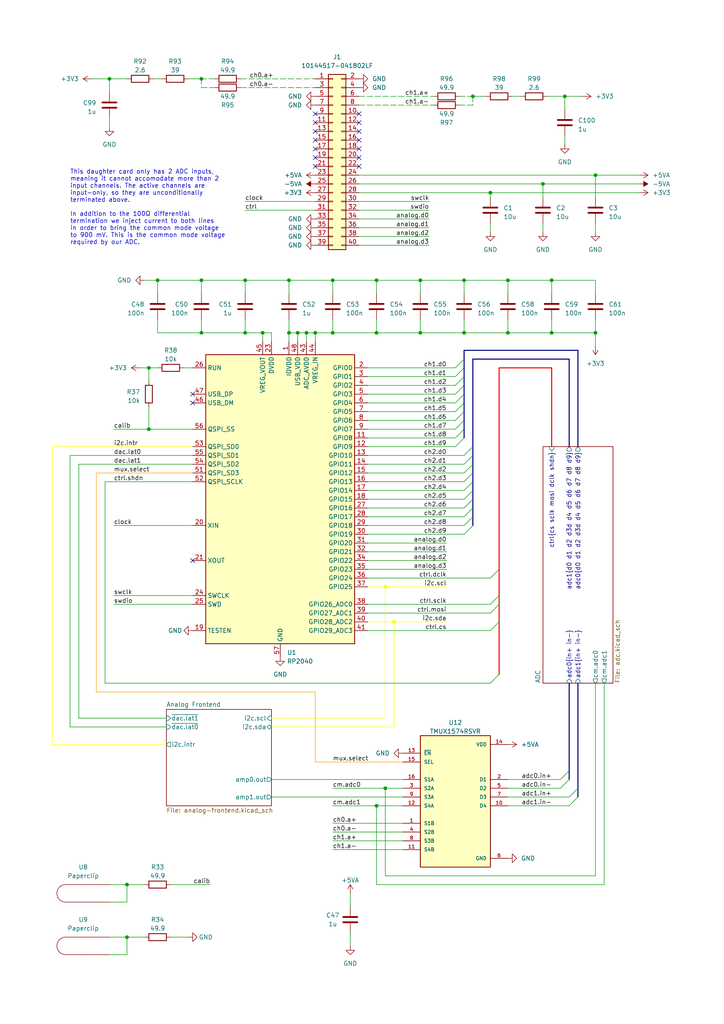
<source format=kicad_sch>
(kicad_sch (version 20221004) (generator eeschema)
  (paper "A4" portrait)
  (title_block (title "sin(π)") (date "2022-11-23") (rev "draft 0") (company "Porucha"))
  (lib_symbols
    (symbol "0000:Paperclip" (pin_numbers hide) (pin_names hide)
      (property "Reference" "U" (at 0 5.08 0))
      (symbol "Paperclip_0_1"
        (polyline (pts (xy 0 -2.54) (xy 5.08 -2.54)))
        (polyline (pts (xy 0 2.54) (xy 5.08 2.54)))
        (arc (start 5.1119 -2.54) (mid 7.6202 0) (end 5.1119 2.54))
      )
      (symbol "Paperclip_1_1"
        (pin passive line (at -7.62 -2.54 0) (length 7.62) (name "P") (number "1"))
        (pin passive line (at -7.62 2.54 0) (length 7.62) (name "P") (number "1"))
      )
    )
    (symbol "0000:TMUX1574RSVR" (pin_names (offset 1.016))
      (property "Reference" "U" (at -10.16 21.082 0))
      (property "Value" "TMUX1574RSVR" (at -10.16 -20.32 0))
      (symbol "TMUX1574RSVR_0_0"
        (rectangle (start -10.16 20.32) (end 10.16 -17.78) (stroke (width 0.254)) (fill (type background)))
        (pin bidirectional line (at -15.24 -5.08 0) (length 5.08) (name "S1B") (number "1"))
        (pin bidirectional line (at 15.24 0 180) (length 5.08) (name "D4") (number "10"))
        (pin bidirectional line (at -15.24 -12.7 0) (length 5.08) (name "S4B") (number "11"))
        (pin bidirectional line (at -15.24 0 0) (length 5.08) (name "S4A") (number "12"))
        (pin input line (at -15.24 15.24 0) (length 5.08) (name "~{EN}") (number "13"))
        (pin power_in line (at 15.24 17.78 180) (length 5.08) (name "VDD") (number "14"))
        (pin input line (at -15.24 12.7 0) (length 5.08) (name "SEL") (number "15"))
        (pin bidirectional line (at -15.24 7.62 0) (length 5.08) (name "S1A") (number "16"))
        (pin bidirectional line (at 15.24 7.62 180) (length 5.08) (name "D1") (number "2"))
        (pin bidirectional line (at -15.24 5.08 0) (length 5.08) (name "S2A") (number "3"))
        (pin bidirectional line (at -15.24 -7.62 0) (length 5.08) (name "S2B") (number "4"))
        (pin bidirectional line (at 15.24 5.08 180) (length 5.08) (name "D2") (number "5"))
        (pin power_in line (at 15.24 -15.24 180) (length 5.08) (name "GND") (number "6"))
        (pin bidirectional line (at 15.24 2.54 180) (length 5.08) (name "D3") (number "7"))
        (pin bidirectional line (at -15.24 -10.16 0) (length 5.08) (name "S3B") (number "8"))
        (pin bidirectional line (at -15.24 2.54 0) (length 5.08) (name "S3A") (number "9"))
      )
    )
    (symbol "Connector_Generic:Conn_02x20_Odd_Even" (pin_names (offset 1.016) hide)
      (property "Reference" "J" (at 1.27 25.4 0))
      (property "Value" "Conn_02x20_Odd_Even" (at 1.27 -27.94 0))
      (symbol "Conn_02x20_Odd_Even_1_1"
        (rectangle (start -1.27 -25.273) (end 0 -25.527) (stroke (width 0.1524)))
        (rectangle (start -1.27 -22.733) (end 0 -22.987) (stroke (width 0.1524)))
        (rectangle (start -1.27 -20.193) (end 0 -20.447) (stroke (width 0.1524)))
        (rectangle (start -1.27 -17.653) (end 0 -17.907) (stroke (width 0.1524)))
        (rectangle (start -1.27 -15.113) (end 0 -15.367) (stroke (width 0.1524)))
        (rectangle (start -1.27 -12.573) (end 0 -12.827) (stroke (width 0.1524)))
        (rectangle (start -1.27 -10.033) (end 0 -10.287) (stroke (width 0.1524)))
        (rectangle (start -1.27 -7.493) (end 0 -7.747) (stroke (width 0.1524)))
        (rectangle (start -1.27 -4.953) (end 0 -5.207) (stroke (width 0.1524)))
        (rectangle (start -1.27 -2.413) (end 0 -2.667) (stroke (width 0.1524)))
        (rectangle (start -1.27 0.127) (end 0 -0.127) (stroke (width 0.1524)))
        (rectangle (start -1.27 2.667) (end 0 2.413) (stroke (width 0.1524)))
        (rectangle (start -1.27 5.207) (end 0 4.953) (stroke (width 0.1524)))
        (rectangle (start -1.27 7.747) (end 0 7.493) (stroke (width 0.1524)))
        (rectangle (start -1.27 10.287) (end 0 10.033) (stroke (width 0.1524)))
        (rectangle (start -1.27 12.827) (end 0 12.573) (stroke (width 0.1524)))
        (rectangle (start -1.27 15.367) (end 0 15.113) (stroke (width 0.1524)))
        (rectangle (start -1.27 17.907) (end 0 17.653) (stroke (width 0.1524)))
        (rectangle (start -1.27 20.447) (end 0 20.193) (stroke (width 0.1524)))
        (rectangle (start -1.27 22.987) (end 0 22.733) (stroke (width 0.1524)))
        (rectangle (start -1.27 24.13) (end 3.81 -26.67) (stroke (width 0.254)) (fill (type background)))
        (rectangle (start 3.81 -25.273) (end 2.54 -25.527) (stroke (width 0.1524)))
        (rectangle (start 3.81 -22.733) (end 2.54 -22.987) (stroke (width 0.1524)))
        (rectangle (start 3.81 -20.193) (end 2.54 -20.447) (stroke (width 0.1524)))
        (rectangle (start 3.81 -17.653) (end 2.54 -17.907) (stroke (width 0.1524)))
        (rectangle (start 3.81 -15.113) (end 2.54 -15.367) (stroke (width 0.1524)))
        (rectangle (start 3.81 -12.573) (end 2.54 -12.827) (stroke (width 0.1524)))
        (rectangle (start 3.81 -10.033) (end 2.54 -10.287) (stroke (width 0.1524)))
        (rectangle (start 3.81 -7.493) (end 2.54 -7.747) (stroke (width 0.1524)))
        (rectangle (start 3.81 -4.953) (end 2.54 -5.207) (stroke (width 0.1524)))
        (rectangle (start 3.81 -2.413) (end 2.54 -2.667) (stroke (width 0.1524)))
        (rectangle (start 3.81 0.127) (end 2.54 -0.127) (stroke (width 0.1524)))
        (rectangle (start 3.81 2.667) (end 2.54 2.413) (stroke (width 0.1524)))
        (rectangle (start 3.81 5.207) (end 2.54 4.953) (stroke (width 0.1524)))
        (rectangle (start 3.81 7.747) (end 2.54 7.493) (stroke (width 0.1524)))
        (rectangle (start 3.81 10.287) (end 2.54 10.033) (stroke (width 0.1524)))
        (rectangle (start 3.81 12.827) (end 2.54 12.573) (stroke (width 0.1524)))
        (rectangle (start 3.81 15.367) (end 2.54 15.113) (stroke (width 0.1524)))
        (rectangle (start 3.81 17.907) (end 2.54 17.653) (stroke (width 0.1524)))
        (rectangle (start 3.81 20.447) (end 2.54 20.193) (stroke (width 0.1524)))
        (rectangle (start 3.81 22.987) (end 2.54 22.733) (stroke (width 0.1524)))
        (pin passive line (at -5.08 22.86 0) (length 3.81) (name "Pin_1") (number "1"))
        (pin passive line (at 7.62 12.7 180) (length 3.81) (name "Pin_10") (number "10"))
        (pin passive line (at -5.08 10.16 0) (length 3.81) (name "Pin_11") (number "11"))
        (pin passive line (at 7.62 10.16 180) (length 3.81) (name "Pin_12") (number "12"))
        (pin passive line (at -5.08 7.62 0) (length 3.81) (name "Pin_13") (number "13"))
        (pin passive line (at 7.62 7.62 180) (length 3.81) (name "Pin_14") (number "14"))
        (pin passive line (at -5.08 5.08 0) (length 3.81) (name "Pin_15") (number "15"))
        (pin passive line (at 7.62 5.08 180) (length 3.81) (name "Pin_16") (number "16"))
        (pin passive line (at -5.08 2.54 0) (length 3.81) (name "Pin_17") (number "17"))
        (pin passive line (at 7.62 2.54 180) (length 3.81) (name "Pin_18") (number "18"))
        (pin passive line (at -5.08 0 0) (length 3.81) (name "Pin_19") (number "19"))
        (pin passive line (at 7.62 22.86 180) (length 3.81) (name "Pin_2") (number "2"))
        (pin passive line (at 7.62 0 180) (length 3.81) (name "Pin_20") (number "20"))
        (pin passive line (at -5.08 -2.54 0) (length 3.81) (name "Pin_21") (number "21"))
        (pin passive line (at 7.62 -2.54 180) (length 3.81) (name "Pin_22") (number "22"))
        (pin passive line (at -5.08 -5.08 0) (length 3.81) (name "Pin_23") (number "23"))
        (pin passive line (at 7.62 -5.08 180) (length 3.81) (name "Pin_24") (number "24"))
        (pin passive line (at -5.08 -7.62 0) (length 3.81) (name "Pin_25") (number "25"))
        (pin passive line (at 7.62 -7.62 180) (length 3.81) (name "Pin_26") (number "26"))
        (pin passive line (at -5.08 -10.16 0) (length 3.81) (name "Pin_27") (number "27"))
        (pin passive line (at 7.62 -10.16 180) (length 3.81) (name "Pin_28") (number "28"))
        (pin passive line (at -5.08 -12.7 0) (length 3.81) (name "Pin_29") (number "29"))
        (pin passive line (at -5.08 20.32 0) (length 3.81) (name "Pin_3") (number "3"))
        (pin passive line (at 7.62 -12.7 180) (length 3.81) (name "Pin_30") (number "30"))
        (pin passive line (at -5.08 -15.24 0) (length 3.81) (name "Pin_31") (number "31"))
        (pin passive line (at 7.62 -15.24 180) (length 3.81) (name "Pin_32") (number "32"))
        (pin passive line (at -5.08 -17.78 0) (length 3.81) (name "Pin_33") (number "33"))
        (pin passive line (at 7.62 -17.78 180) (length 3.81) (name "Pin_34") (number "34"))
        (pin passive line (at -5.08 -20.32 0) (length 3.81) (name "Pin_35") (number "35"))
        (pin passive line (at 7.62 -20.32 180) (length 3.81) (name "Pin_36") (number "36"))
        (pin passive line (at -5.08 -22.86 0) (length 3.81) (name "Pin_37") (number "37"))
        (pin passive line (at 7.62 -22.86 180) (length 3.81) (name "Pin_38") (number "38"))
        (pin passive line (at -5.08 -25.4 0) (length 3.81) (name "Pin_39") (number "39"))
        (pin passive line (at 7.62 20.32 180) (length 3.81) (name "Pin_4") (number "4"))
        (pin passive line (at 7.62 -25.4 180) (length 3.81) (name "Pin_40") (number "40"))
        (pin passive line (at -5.08 17.78 0) (length 3.81) (name "Pin_5") (number "5"))
        (pin passive line (at 7.62 17.78 180) (length 3.81) (name "Pin_6") (number "6"))
        (pin passive line (at -5.08 15.24 0) (length 3.81) (name "Pin_7") (number "7"))
        (pin passive line (at 7.62 15.24 180) (length 3.81) (name "Pin_8") (number "8"))
        (pin passive line (at -5.08 12.7 0) (length 3.81) (name "Pin_9") (number "9"))
      )
    )
    (symbol "Device:C" (pin_numbers hide) (pin_names (offset 0.254))
      (property "Reference" "C" (at 0.635 2.54 0))
      (property "Value" "C" (at 0.635 -2.54 0))
      (symbol "C_0_1"
        (polyline (pts (xy -2.032 -0.762) (xy 2.032 -0.762)) (stroke (width 0.508)))
        (polyline (pts (xy -2.032 0.762) (xy 2.032 0.762)) (stroke (width 0.508)))
      )
      (symbol "C_1_1"
        (pin passive line (at 0 3.81 270) (length 2.794) (name "~") (number "1"))
        (pin passive line (at 0 -3.81 90) (length 2.794) (name "~") (number "2"))
      )
    )
    (symbol "Device:R" (pin_numbers hide) (pin_names (offset 0))
      (property "Reference" "R" (at 2.032 0 90))
      (property "Value" "R" (at 0 0 90))
      (symbol "R_0_1"
        (rectangle (start -1.016 -2.54) (end 1.016 2.54) (stroke (width 0.254)))
      )
      (symbol "R_1_1"
        (pin passive line (at 0 3.81 270) (length 1.27) (name "~") (number "1"))
        (pin passive line (at 0 -3.81 90) (length 1.27) (name "~") (number "2"))
      )
    )
    (symbol "MCU_RaspberryPi:RP2040"
      (property "Reference" "U" (at 17.78 45.72 0))
      (property "Value" "RP2040" (at 17.78 43.18 0))
      (symbol "RP2040_0_1"
        (rectangle (start -21.59 41.91) (end 21.59 -41.91) (stroke (width 0.254)) (fill (type background)))
      )
      (symbol "RP2040_1_1"
        (pin power_in line (at 2.54 45.72 270) (length 3.81) (name "IOVDD") (number "1"))
        (pin passive line (at 2.54 45.72 270) (length 3.81) hide (name "IOVDD") (number "10"))
        (pin bidirectional line (at 25.4 17.78 180) (length 3.81) (name "GPIO8") (number "11"))
        (pin bidirectional line (at 25.4 15.24 180) (length 3.81) (name "GPIO9") (number "12"))
        (pin bidirectional line (at 25.4 12.7 180) (length 3.81) (name "GPIO10") (number "13"))
        (pin bidirectional line (at 25.4 10.16 180) (length 3.81) (name "GPIO11") (number "14"))
        (pin bidirectional line (at 25.4 7.62 180) (length 3.81) (name "GPIO12") (number "15"))
        (pin bidirectional line (at 25.4 5.08 180) (length 3.81) (name "GPIO13") (number "16"))
        (pin bidirectional line (at 25.4 2.54 180) (length 3.81) (name "GPIO14") (number "17"))
        (pin bidirectional line (at 25.4 0 180) (length 3.81) (name "GPIO15") (number "18"))
        (pin input line (at -25.4 -38.1 0) (length 3.81) (name "TESTEN") (number "19"))
        (pin bidirectional line (at 25.4 38.1 180) (length 3.81) (name "GPIO0") (number "2"))
        (pin input line (at -25.4 -7.62 0) (length 3.81) (name "XIN") (number "20"))
        (pin passive line (at -25.4 -17.78 0) (length 3.81) (name "XOUT") (number "21"))
        (pin passive line (at 2.54 45.72 270) (length 3.81) hide (name "IOVDD") (number "22"))
        (pin power_in line (at -2.54 45.72 270) (length 3.81) (name "DVDD") (number "23"))
        (pin output line (at -25.4 -27.94 0) (length 3.81) (name "SWCLK") (number "24"))
        (pin bidirectional line (at -25.4 -30.48 0) (length 3.81) (name "SWD") (number "25"))
        (pin input line (at -25.4 38.1 0) (length 3.81) (name "RUN") (number "26"))
        (pin bidirectional line (at 25.4 -2.54 180) (length 3.81) (name "GPIO16") (number "27"))
        (pin bidirectional line (at 25.4 -5.08 180) (length 3.81) (name "GPIO17") (number "28"))
        (pin bidirectional line (at 25.4 -7.62 180) (length 3.81) (name "GPIO18") (number "29"))
        (pin bidirectional line (at 25.4 35.56 180) (length 3.81) (name "GPIO1") (number "3"))
        (pin bidirectional line (at 25.4 -10.16 180) (length 3.81) (name "GPIO19") (number "30"))
        (pin bidirectional line (at 25.4 -12.7 180) (length 3.81) (name "GPIO20") (number "31"))
        (pin bidirectional line (at 25.4 -15.24 180) (length 3.81) (name "GPIO21") (number "32"))
        (pin passive line (at 2.54 45.72 270) (length 3.81) hide (name "IOVDD") (number "33"))
        (pin bidirectional line (at 25.4 -17.78 180) (length 3.81) (name "GPIO22") (number "34"))
        (pin bidirectional line (at 25.4 -20.32 180) (length 3.81) (name "GPIO23") (number "35"))
        (pin bidirectional line (at 25.4 -22.86 180) (length 3.81) (name "GPIO24") (number "36"))
        (pin bidirectional line (at 25.4 -25.4 180) (length 3.81) (name "GPIO25") (number "37"))
        (pin bidirectional line (at 25.4 -30.48 180) (length 3.81) (name "GPIO26_ADC0") (number "38"))
        (pin bidirectional line (at 25.4 -33.02 180) (length 3.81) (name "GPIO27_ADC1") (number "39"))
        (pin bidirectional line (at 25.4 33.02 180) (length 3.81) (name "GPIO2") (number "4"))
        (pin bidirectional line (at 25.4 -35.56 180) (length 3.81) (name "GPIO28_ADC2") (number "40"))
        (pin bidirectional line (at 25.4 -38.1 180) (length 3.81) (name "GPIO29_ADC3") (number "41"))
        (pin passive line (at 2.54 45.72 270) (length 3.81) hide (name "IOVDD") (number "42"))
        (pin power_in line (at 7.62 45.72 270) (length 3.81) (name "ADC_AVDD") (number "43"))
        (pin power_in line (at 10.16 45.72 270) (length 3.81) (name "VREG_IN") (number "44"))
        (pin power_out line (at -5.08 45.72 270) (length 3.81) (name "VREG_VOUT") (number "45"))
        (pin bidirectional line (at -25.4 27.94 0) (length 3.81) (name "USB_DM") (number "46"))
        (pin bidirectional line (at -25.4 30.48 0) (length 3.81) (name "USB_DP") (number "47"))
        (pin power_in line (at 5.08 45.72 270) (length 3.81) (name "USB_VDD") (number "48"))
        (pin passive line (at 2.54 45.72 270) (length 3.81) hide (name "IOVDD") (number "49"))
        (pin bidirectional line (at 25.4 30.48 180) (length 3.81) (name "GPIO3") (number "5"))
        (pin passive line (at -2.54 45.72 270) (length 3.81) hide (name "DVDD") (number "50"))
        (pin bidirectional line (at -25.4 7.62 0) (length 3.81) (name "QSPI_SD3") (number "51"))
        (pin output line (at -25.4 5.08 0) (length 3.81) (name "QSPI_SCLK") (number "52"))
        (pin bidirectional line (at -25.4 15.24 0) (length 3.81) (name "QSPI_SD0") (number "53"))
        (pin bidirectional line (at -25.4 10.16 0) (length 3.81) (name "QSPI_SD2") (number "54"))
        (pin bidirectional line (at -25.4 12.7 0) (length 3.81) (name "QSPI_SD1") (number "55"))
        (pin bidirectional line (at -25.4 20.32 0) (length 3.81) (name "QSPI_SS") (number "56"))
        (pin power_in line (at 0 -45.72 90) (length 3.81) (name "GND") (number "57"))
        (pin bidirectional line (at 25.4 27.94 180) (length 3.81) (name "GPIO4") (number "6"))
        (pin bidirectional line (at 25.4 25.4 180) (length 3.81) (name "GPIO5") (number "7"))
        (pin bidirectional line (at 25.4 22.86 180) (length 3.81) (name "GPIO6") (number "8"))
        (pin bidirectional line (at 25.4 20.32 180) (length 3.81) (name "GPIO7") (number "9"))
      )
    )
    (symbol "power:+3V3" (power) (pin_names (offset 0))
      (property "Value" "+3V3" (at 0 3.556 0))
      (symbol "+3V3_0_1"
        (polyline (pts (xy -0.762 1.27) (xy 0 2.54)))
        (polyline (pts (xy 0 0) (xy 0 2.54)))
        (polyline (pts (xy 0 2.54) (xy 0.762 1.27)))
      )
      (symbol "+3V3_1_1"
        (pin power_in line (at 0 0 90) (length 0) hide (name "+3V3") (number "1"))
      )
    )
    (symbol "power:+5VA" (power) (pin_names (offset 0))
      (property "Value" "+5VA" (at 0 3.556 0))
      (symbol "+5VA_0_1"
        (polyline (pts (xy -0.762 1.27) (xy 0 2.54)))
        (polyline (pts (xy 0 0) (xy 0 2.54)))
        (polyline (pts (xy 0 2.54) (xy 0.762 1.27)))
      )
      (symbol "+5VA_1_1"
        (pin power_in line (at 0 0 90) (length 0) hide (name "+5VA") (number "1"))
      )
    )
    (symbol "power:-5VA" (power) (pin_names (offset 0))
      (property "Value" "-5VA" (at 0 3.81 0))
      (symbol "-5VA_0_0"
        (pin power_in line (at 0 0 90) (length 0) hide (name "-5VA") (number "1"))
      )
      (symbol "-5VA_0_1"
        (polyline (pts (xy 0 0) (xy 0 1.27) (xy 0.762 1.27) (xy 0 2.54) (xy -0.762 1.27) (xy 0 1.27)) (fill (type outline)))
      )
    )
    (symbol "power:GND" (power) (pin_names (offset 0))
      (property "Value" "GND" (at 0 -3.81 0))
      (symbol "GND_0_1"
        (polyline (pts (xy 0 0) (xy 0 -1.27) (xy 1.27 -1.27) (xy 0 -2.54) (xy -1.27 -1.27) (xy 0 -1.27)))
      )
      (symbol "GND_1_1"
        (pin power_in line (at 0 0 270) (length 0) hide (name "GND") (number "1"))
      )
    )
  )
  (junction (at 91.44 96.52))
  (junction (at 160.02 96.52))
  (junction (at 83.82 96.52))
  (junction (at 58.42 22.86))
  (junction (at 147.32 81.28))
  (junction (at 36.83 271.78))
  (junction (at 58.42 96.52))
  (junction (at 163.83 27.94))
  (junction (at 111.76 228.6))
  (junction (at 36.83 256.54))
  (junction (at 109.22 233.68))
  (junction (at 109.22 81.28))
  (junction (at 147.32 96.52))
  (junction (at 111.76 170.18) (color 255 255 0 1))
  (junction (at 43.18 106.68))
  (junction (at 31.75 22.86))
  (junction (at 114.3 180.34) (color 255 255 0 1))
  (junction (at 134.62 81.28))
  (junction (at 121.92 96.52))
  (junction (at 43.18 124.46))
  (junction (at 160.02 81.28))
  (junction (at 71.12 96.52))
  (junction (at 172.72 96.52))
  (junction (at 134.62 96.52))
  (junction (at 76.2 96.52))
  (junction (at 172.72 50.8))
  (junction (at 86.36 96.52))
  (junction (at 121.92 81.28))
  (junction (at 96.52 81.28))
  (junction (at 88.9 96.52))
  (junction (at 96.52 96.52))
  (junction (at 137.16 27.94))
  (junction (at 109.22 96.52))
  (junction (at 45.72 81.28))
  (junction (at 142.24 55.88))
  (junction (at 71.12 81.28))
  (junction (at 58.42 81.28))
  (junction (at 157.48 53.34))
  (junction (at 83.82 81.28))
  (no_connect (at 104.14 48.26))
  (no_connect (at 104.14 33.02))
  (no_connect (at 104.14 35.56))
  (no_connect (at 91.44 48.26))
  (no_connect (at 55.88 114.3))
  (no_connect (at 104.14 45.72))
  (no_connect (at 55.88 116.84))
  (no_connect (at 91.44 45.72))
  (no_connect (at 91.44 40.64))
  (no_connect (at 55.88 162.56))
  (no_connect (at 104.14 38.1))
  (no_connect (at 91.44 38.1))
  (no_connect (at 91.44 35.56))
  (no_connect (at 91.44 33.02))
  (no_connect (at 104.14 40.64))
  (no_connect (at 104.14 43.18))
  (no_connect (at 91.44 43.18))
  (bus_entry (at 165.1 223.52) (size -2.54 2.54))
  (bus_entry (at 137.16 144.78) (size -2.54 2.54))
  (bus_entry (at 137.16 134.62) (size -2.54 2.54))
  (bus_entry (at 134.62 121.92) (size -2.54 2.54))
  (bus_entry (at 165.1 226.06) (size -2.54 2.54))
  (bus_entry (at 134.62 127) (size -2.54 2.54))
  (bus_entry (at 137.16 129.54) (size -2.54 2.54))
  (bus_entry (at 134.62 104.14) (size -2.54 2.54))
  (bus_entry (at 167.64 231.14) (size -2.54 2.54))
  (bus_entry (at 134.62 111.76) (size -2.54 2.54))
  (bus_entry (at 137.16 147.32) (size -2.54 2.54))
  (bus_entry (at 144.78 165.1) (size -2.54 2.54))
  (bus_entry (at 134.62 124.46) (size -2.54 2.54))
  (bus_entry (at 137.16 149.86) (size -2.54 2.54))
  (bus_entry (at 137.16 132.08) (size -2.54 2.54))
  (bus_entry (at 144.78 195.58) (size -2.54 2.54))
  (bus_entry (at 134.62 119.38) (size -2.54 2.54))
  (bus_entry (at 134.62 114.3) (size -2.54 2.54))
  (bus_entry (at 144.78 172.72) (size -2.54 2.54))
  (bus_entry (at 144.78 175.26) (size -2.54 2.54))
  (bus_entry (at 134.62 109.22) (size -2.54 2.54))
  (bus_entry (at 134.62 106.68) (size -2.54 2.54))
  (bus_entry (at 137.16 139.7) (size -2.54 2.54))
  (bus_entry (at 167.64 228.6) (size -2.54 2.54))
  (bus_entry (at 137.16 142.24) (size -2.54 2.54))
  (bus_entry (at 134.62 116.84) (size -2.54 2.54))
  (bus_entry (at 137.16 137.16) (size -2.54 2.54))
  (bus_entry (at 144.78 180.34) (size -2.54 2.54))
  (bus_entry (at 137.16 152.4) (size -2.54 2.54))
  (wire (pts (xy 116.84 243.84) (xy 96.52 243.84)))
  (wire (pts (xy 134.62 96.52) (xy 134.62 92.71)))
  (wire (pts (xy 71.12 85.09) (xy 71.12 81.28)))
  (wire (pts (xy 91.44 60.96) (xy 71.12 60.96)))
  (wire (pts (xy 101.6 274.32) (xy 101.6 270.51)))
  (wire (pts (xy 109.22 256.54) (xy 109.22 233.68)))
  (wire (pts (xy 111.76 170.18) (xy 111.76 208.28)) (stroke (width 0) (color 255 255 0 1)))
  (bus (pts (xy 134.62 101.6) (xy 167.64 101.6)))
  (wire (pts (xy 106.68 180.34) (xy 114.3 180.34)) (stroke (width 0) (color 255 255 0 1)))
  (wire (pts (xy 83.82 96.52) (xy 86.36 96.52)))
  (bus (pts (xy 134.62 109.22) (xy 134.62 111.76)))
  (wire (pts (xy 91.44 220.98) (xy 116.84 220.98)) (stroke (width 0) (color 255 153 0 1)))
  (bus (pts (xy 144.78 175.26) (xy 144.78 172.72)) (stroke (width 0) (color 255 0 0 1)))
  (wire (pts (xy 88.9 96.52) (xy 91.44 96.52)))
  (bus (pts (xy 134.62 104.14) (xy 134.62 106.68)))
  (wire (pts (xy 137.16 27.94) (xy 137.16 30.48)) (stroke (width 0) (type dash)))
  (wire (pts (xy 91.44 58.42) (xy 71.12 58.42)))
  (wire (pts (xy 60.96 256.54) (xy 49.53 256.54)))
  (wire (pts (xy 116.84 228.6) (xy 111.76 228.6)))
  (wire (pts (xy 121.92 96.52) (xy 134.62 96.52)))
  (wire (pts (xy 96.52 96.52) (xy 96.52 92.71)))
  (wire (pts (xy 31.75 271.78) (xy 36.83 271.78)))
  (bus (pts (xy 134.62 116.84) (xy 134.62 119.38)))
  (bus (pts (xy 137.16 144.78) (xy 137.16 142.24)))
  (wire (pts (xy 104.14 58.42) (xy 124.46 58.42)))
  (wire (pts (xy 33.02 124.46) (xy 43.18 124.46)))
  (wire (pts (xy 163.83 27.94) (xy 168.91 27.94)))
  (wire (pts (xy 20.32 210.82) (xy 20.32 132.08)))
  (wire (pts (xy 104.14 63.5) (xy 124.46 63.5)))
  (wire (pts (xy 163.83 27.94) (xy 163.83 31.75)))
  (wire (pts (xy 106.68 127) (xy 132.08 127)))
  (wire (pts (xy 48.26 210.82) (xy 20.32 210.82)))
  (wire (pts (xy 88.9 96.52) (xy 88.9 99.06)))
  (wire (pts (xy 104.14 71.12) (xy 124.46 71.12)))
  (wire (pts (xy 109.22 96.52) (xy 121.92 96.52)))
  (wire (pts (xy 134.62 81.28) (xy 147.32 81.28)))
  (bus (pts (xy 144.78 106.68) (xy 144.78 165.1)) (stroke (width 0) (color 255 0 0 1)))
  (bus (pts (xy 137.16 139.7) (xy 137.16 137.16)))
  (wire (pts (xy 104.14 55.88) (xy 142.24 55.88)))
  (wire (pts (xy 106.68 149.86) (xy 134.62 149.86)))
  (bus (pts (xy 165.1 223.52) (xy 165.1 226.06)))
  (wire (pts (xy 71.12 96.52) (xy 76.2 96.52)))
  (wire (pts (xy 96.52 81.28) (xy 96.52 85.09)))
  (wire (pts (xy 133.35 27.94) (xy 137.16 27.94)) (stroke (width 0) (type dash)))
  (wire (pts (xy 31.75 276.86) (xy 36.83 276.86)))
  (wire (pts (xy 43.18 118.11) (xy 43.18 124.46)))
  (bus (pts (xy 137.16 104.14) (xy 165.1 104.14)))
  (wire (pts (xy 36.83 256.54) (xy 36.83 261.62)))
  (wire (pts (xy 163.83 39.37) (xy 163.83 41.91)))
  (wire (pts (xy 106.68 119.38) (xy 132.08 119.38)))
  (wire (pts (xy 160.02 85.09) (xy 160.02 81.28)))
  (wire (pts (xy 106.68 175.26) (xy 142.24 175.26)))
  (wire (pts (xy 106.68 147.32) (xy 134.62 147.32)))
  (bus (pts (xy 137.16 137.16) (xy 137.16 134.62)))
  (wire (pts (xy 40.64 106.68) (xy 43.18 106.68)))
  (wire (pts (xy 172.72 254) (xy 111.76 254)))
  (wire (pts (xy 147.32 228.6) (xy 162.56 228.6)))
  (wire (pts (xy 121.92 81.28) (xy 134.62 81.28)))
  (wire (pts (xy 15.24 215.9) (xy 15.24 129.54)) (stroke (width 0) (color 255 255 0 1)))
  (wire (pts (xy 172.72 198.12) (xy 172.72 254)))
  (wire (pts (xy 106.68 132.08) (xy 134.62 132.08)))
  (bus (pts (xy 137.16 129.54) (xy 137.16 132.08)))
  (wire (pts (xy 96.52 96.52) (xy 109.22 96.52)))
  (wire (pts (xy 31.75 22.86) (xy 31.75 26.67)))
  (wire (pts (xy 58.42 22.86) (xy 58.42 25.4)) (stroke (width 0) (type dash)))
  (wire (pts (xy 83.82 92.71) (xy 83.82 96.52)))
  (wire (pts (xy 158.75 27.94) (xy 163.83 27.94)))
  (wire (pts (xy 172.72 64.77) (xy 172.72 67.31)))
  (wire (pts (xy 33.02 175.26) (xy 55.88 175.26)))
  (wire (pts (xy 31.75 261.62) (xy 36.83 261.62)))
  (wire (pts (xy 106.68 165.1) (xy 129.54 165.1)))
  (wire (pts (xy 172.72 50.8) (xy 172.72 57.15)))
  (wire (pts (xy 106.68 129.54) (xy 132.08 129.54)))
  (wire (pts (xy 147.32 96.52) (xy 147.32 92.71)))
  (wire (pts (xy 30.48 139.7) (xy 30.48 198.12)))
  (bus (pts (xy 144.78 180.34) (xy 144.78 195.58)) (stroke (width 0) (color 255 0 0 1)))
  (bus (pts (xy 137.16 149.86) (xy 137.16 147.32)))
  (wire (pts (xy 83.82 81.28) (xy 96.52 81.28)))
  (wire (pts (xy 78.74 96.52) (xy 76.2 96.52)))
  (wire (pts (xy 104.14 30.48) (xy 125.73 30.48)) (stroke (width 0) (type dash)))
  (wire (pts (xy 43.18 124.46) (xy 55.88 124.46)))
  (wire (pts (xy 22.86 208.28) (xy 22.86 134.62)))
  (wire (pts (xy 36.83 271.78) (xy 36.83 276.86)))
  (bus (pts (xy 134.62 124.46) (xy 134.62 127)))
  (wire (pts (xy 142.24 67.31) (xy 142.24 64.77)))
  (wire (pts (xy 111.76 208.28) (xy 78.74 208.28)) (stroke (width 0) (color 255 255 0 1)))
  (wire (pts (xy 157.48 53.34) (xy 157.48 57.15)))
  (wire (pts (xy 134.62 96.52) (xy 147.32 96.52)))
  (wire (pts (xy 104.14 68.58) (xy 124.46 68.58)))
  (wire (pts (xy 142.24 55.88) (xy 185.42 55.88)))
  (wire (pts (xy 27.94 200.66) (xy 91.44 200.66)) (stroke (width 0) (color 255 153 0 1)))
  (wire (pts (xy 31.75 34.29) (xy 31.75 36.83)))
  (wire (pts (xy 48.26 208.28) (xy 22.86 208.28)))
  (wire (pts (xy 172.72 96.52) (xy 172.72 92.71)))
  (wire (pts (xy 114.3 180.34) (xy 114.3 210.82)) (stroke (width 0) (color 255 255 0 1)))
  (wire (pts (xy 106.68 124.46) (xy 132.08 124.46)))
  (wire (pts (xy 58.42 22.86) (xy 54.61 22.86)))
  (wire (pts (xy 36.83 22.86) (xy 31.75 22.86)))
  (wire (pts (xy 116.84 241.3) (xy 96.52 241.3)))
  (wire (pts (xy 58.42 96.52) (xy 71.12 96.52)))
  (wire (pts (xy 76.2 96.52) (xy 76.2 99.06)))
  (wire (pts (xy 160.02 96.52) (xy 172.72 96.52)))
  (wire (pts (xy 116.84 238.76) (xy 96.52 238.76)))
  (bus (pts (xy 137.16 142.24) (xy 137.16 139.7)))
  (bus (pts (xy 137.16 152.4) (xy 137.16 149.86)))
  (wire (pts (xy 109.22 81.28) (xy 109.22 85.09)))
  (wire (pts (xy 78.74 226.06) (xy 116.84 226.06)))
  (wire (pts (xy 106.68 111.76) (xy 132.08 111.76)))
  (wire (pts (xy 106.68 182.88) (xy 142.24 182.88)))
  (wire (pts (xy 106.68 152.4) (xy 134.62 152.4)))
  (bus (pts (xy 134.62 106.68) (xy 134.62 109.22)))
  (wire (pts (xy 157.48 64.77) (xy 157.48 67.31)))
  (wire (pts (xy 172.72 81.28) (xy 172.72 85.09)))
  (bus (pts (xy 160.02 106.68) (xy 160.02 129.54)) (stroke (width 0) (color 255 0 0 1)))
  (wire (pts (xy 111.76 170.18) (xy 129.54 170.18)) (stroke (width 0) (color 255 255 0 1)))
  (bus (pts (xy 165.1 104.14) (xy 165.1 129.54)))
  (wire (pts (xy 106.68 177.8) (xy 142.24 177.8)))
  (wire (pts (xy 54.61 271.78) (xy 49.53 271.78)))
  (bus (pts (xy 144.78 165.1) (xy 144.78 172.72)) (stroke (width 0) (color 255 0 0 1)))
  (wire (pts (xy 142.24 55.88) (xy 142.24 57.15)))
  (bus (pts (xy 144.78 106.68) (xy 160.02 106.68)) (stroke (width 0) (color 255 0 0 1)))
  (bus (pts (xy 134.62 104.14) (xy 134.62 101.6)))
  (wire (pts (xy 41.91 81.28) (xy 45.72 81.28)))
  (wire (pts (xy 116.84 246.38) (xy 96.52 246.38)))
  (wire (pts (xy 121.92 96.52) (xy 121.92 92.71)))
  (wire (pts (xy 83.82 99.06) (xy 83.82 96.52)))
  (wire (pts (xy 114.3 180.34) (xy 129.54 180.34)) (stroke (width 0) (color 255 255 0 1)))
  (bus (pts (xy 144.78 175.26) (xy 144.78 180.34)) (stroke (width 0) (color 255 0 0 1)))
  (wire (pts (xy 109.22 96.52) (xy 109.22 92.71)))
  (wire (pts (xy 30.48 198.12) (xy 142.24 198.12)))
  (wire (pts (xy 104.14 53.34) (xy 157.48 53.34)))
  (wire (pts (xy 106.68 121.92) (xy 132.08 121.92)))
  (wire (pts (xy 78.74 231.14) (xy 116.84 231.14)))
  (bus (pts (xy 137.16 147.32) (xy 137.16 144.78)))
  (wire (pts (xy 55.88 172.72) (xy 33.02 172.72)))
  (wire (pts (xy 106.68 134.62) (xy 134.62 134.62)))
  (wire (pts (xy 53.34 106.68) (xy 55.88 106.68)))
  (wire (pts (xy 160.02 92.71) (xy 160.02 96.52)))
  (wire (pts (xy 71.12 81.28) (xy 83.82 81.28)))
  (wire (pts (xy 106.68 162.56) (xy 129.54 162.56)))
  (wire (pts (xy 147.32 231.14) (xy 165.1 231.14)))
  (wire (pts (xy 109.22 233.68) (xy 96.52 233.68)))
  (bus (pts (xy 134.62 114.3) (xy 134.62 116.84)))
  (wire (pts (xy 83.82 81.28) (xy 83.82 85.09)))
  (wire (pts (xy 31.75 22.86) (xy 26.67 22.86)))
  (wire (pts (xy 69.85 25.4) (xy 91.44 25.4)) (stroke (width 0) (type dash)))
  (wire (pts (xy 109.22 233.68) (xy 116.84 233.68)))
  (wire (pts (xy 147.32 226.06) (xy 162.56 226.06)))
  (wire (pts (xy 106.68 109.22) (xy 132.08 109.22)))
  (wire (pts (xy 36.83 256.54) (xy 41.91 256.54)))
  (wire (pts (xy 106.68 137.16) (xy 134.62 137.16)))
  (wire (pts (xy 104.14 27.94) (xy 125.73 27.94)) (stroke (width 0) (type dash)))
  (wire (pts (xy 148.59 27.94) (xy 151.13 27.94)))
  (wire (pts (xy 22.86 134.62) (xy 55.88 134.62)))
  (wire (pts (xy 121.92 81.28) (xy 121.92 85.09)))
  (wire (pts (xy 137.16 30.48) (xy 133.35 30.48)) (stroke (width 0) (type dash)))
  (wire (pts (xy 175.26 198.12) (xy 175.26 256.54)))
  (wire (pts (xy 58.42 81.28) (xy 58.42 85.09)))
  (wire (pts (xy 45.72 81.28) (xy 58.42 81.28)))
  (wire (pts (xy 147.32 233.68) (xy 165.1 233.68)))
  (wire (pts (xy 86.36 96.52) (xy 86.36 99.06)))
  (wire (pts (xy 104.14 60.96) (xy 124.46 60.96)))
  (wire (pts (xy 106.68 160.02) (xy 129.54 160.02)))
  (wire (pts (xy 106.68 142.24) (xy 134.62 142.24)))
  (bus (pts (xy 167.64 231.14) (xy 167.64 228.6)))
  (wire (pts (xy 106.68 144.78) (xy 134.62 144.78)))
  (wire (pts (xy 71.12 92.71) (xy 71.12 96.52)))
  (wire (pts (xy 134.62 81.28) (xy 134.62 85.09)))
  (wire (pts (xy 106.68 106.68) (xy 132.08 106.68)))
  (wire (pts (xy 106.68 116.84) (xy 132.08 116.84)))
  (wire (pts (xy 58.42 92.71) (xy 58.42 96.52)))
  (wire (pts (xy 147.32 96.52) (xy 160.02 96.52)))
  (bus (pts (xy 165.1 198.12) (xy 165.1 223.52)))
  (wire (pts (xy 175.26 256.54) (xy 109.22 256.54)))
  (wire (pts (xy 106.68 139.7) (xy 134.62 139.7)))
  (wire (pts (xy 114.3 210.82) (xy 78.74 210.82)) (stroke (width 0) (color 255 255 0 1)))
  (wire (pts (xy 147.32 81.28) (xy 147.32 85.09)))
  (wire (pts (xy 106.68 167.64) (xy 142.24 167.64)))
  (wire (pts (xy 111.76 254) (xy 111.76 228.6)))
  (wire (pts (xy 91.44 96.52) (xy 96.52 96.52)))
  (wire (pts (xy 27.94 137.16) (xy 27.94 200.66)) (stroke (width 0) (color 255 153 0 1)))
  (wire (pts (xy 91.44 96.52) (xy 91.44 99.06)))
  (wire (pts (xy 96.52 81.28) (xy 109.22 81.28)))
  (wire (pts (xy 15.24 129.54) (xy 55.88 129.54)) (stroke (width 0) (color 255 255 0 1)))
  (wire (pts (xy 45.72 92.71) (xy 45.72 96.52)))
  (wire (pts (xy 104.14 50.8) (xy 172.72 50.8)))
  (bus (pts (xy 134.62 121.92) (xy 134.62 124.46)))
  (wire (pts (xy 46.99 22.86) (xy 44.45 22.86)))
  (bus (pts (xy 137.16 129.54) (xy 137.16 104.14)))
  (wire (pts (xy 137.16 27.94) (xy 140.97 27.94)))
  (bus (pts (xy 134.62 111.76) (xy 134.62 114.3)))
  (wire (pts (xy 104.14 66.04) (xy 124.46 66.04)))
  (wire (pts (xy 43.18 106.68) (xy 43.18 110.49)))
  (wire (pts (xy 109.22 81.28) (xy 121.92 81.28)))
  (bus (pts (xy 137.16 132.08) (xy 137.16 134.62)))
  (wire (pts (xy 101.6 262.89) (xy 101.6 259.08)))
  (wire (pts (xy 36.83 271.78) (xy 41.91 271.78)))
  (wire (pts (xy 58.42 25.4) (xy 62.23 25.4)) (stroke (width 0) (type dash)))
  (wire (pts (xy 172.72 50.8) (xy 185.42 50.8)))
  (wire (pts (xy 58.42 81.28) (xy 71.12 81.28)))
  (wire (pts (xy 147.32 81.28) (xy 160.02 81.28)))
  (wire (pts (xy 86.36 96.52) (xy 88.9 96.52)))
  (wire (pts (xy 55.88 152.4) (xy 33.02 152.4)))
  (wire (pts (xy 48.26 215.9) (xy 15.24 215.9)) (stroke (width 0) (color 255 255 0 1)))
  (wire (pts (xy 78.74 99.06) (xy 78.74 96.52)))
  (bus (pts (xy 167.64 198.12) (xy 167.64 228.6)))
  (wire (pts (xy 43.18 106.68) (xy 45.72 106.68)))
  (wire (pts (xy 31.75 256.54) (xy 36.83 256.54)))
  (wire (pts (xy 45.72 81.28) (xy 45.72 85.09)))
  (wire (pts (xy 172.72 100.33) (xy 172.72 96.52)))
  (wire (pts (xy 91.44 200.66) (xy 91.44 220.98)) (stroke (width 0) (color 255 153 0 1)))
  (wire (pts (xy 20.32 132.08) (xy 55.88 132.08)))
  (wire (pts (xy 160.02 81.28) (xy 172.72 81.28)))
  (bus (pts (xy 167.64 101.6) (xy 167.64 129.54)))
  (wire (pts (xy 106.68 154.94) (xy 134.62 154.94)))
  (wire (pts (xy 157.48 53.34) (xy 185.42 53.34)))
  (wire (pts (xy 69.85 22.86) (xy 91.44 22.86)) (stroke (width 0) (type dash)))
  (wire (pts (xy 45.72 96.52) (xy 58.42 96.52)))
  (wire (pts (xy 30.48 139.7) (xy 55.88 139.7)))
  (wire (pts (xy 27.94 137.16) (xy 55.88 137.16)) (stroke (width 0) (color 255 153 0 1)))
  (wire (pts (xy 106.68 114.3) (xy 132.08 114.3)))
  (bus (pts (xy 134.62 119.38) (xy 134.62 121.92)))
  (wire (pts (xy 106.68 157.48) (xy 129.54 157.48)))
  (wire (pts (xy 62.23 22.86) (xy 58.42 22.86)) (stroke (width 0) (type dash)))
  (wire (pts (xy 111.76 228.6) (xy 96.52 228.6)))
  (wire (pts (xy 106.68 170.18) (xy 111.76 170.18)) (stroke (width 0) (color 255 255 0 1)))
  (text "This daughter card only has 2 ADC inputs,\nmeaning it cannot accomodate more than 2\ninput channels. The active channels are\ninput-only, so they are unconditionally\nterminated above.\n\nIn addition to the 100Ω differential\ntermination we inject current to both lines\nin order to bring the common mode voltage\nto 900 mV. This is the common mode voltage\nrequired by our ADC." (at 20.32 71.12 0) (effects (font (size 1.27 1.27)) (justify left bottom)))
  (label "ch2.d7" (at 129.54 149.86 180))
  (label "ctrl.cs" (at 129.54 182.88 180))
  (label "ch1.a+" (at 124.46 27.94 180))
  (label "ch2.d1" (at 129.54 134.62 180))
  (label "calib" (at 33.02 124.46 0))
  (label "ch0.a-" (at 96.52 241.3 0))
  (label "analog.d0" (at 129.54 157.48 180))
  (label "ch2.d6" (at 129.54 147.32 180))
  (label "analog.d0" (at 124.46 63.5 180))
  (label "analog.d1" (at 129.54 160.02 180))
  (label "ch1.d6" (at 129.54 121.92 180))
  (label "ctrl.mosi" (at 129.54 177.8 180))
  (label "swdio" (at 33.02 175.26 0))
  (label "i2c.sda" (at 129.54 180.34 180))
  (label "ch2.d4" (at 129.54 142.24 180))
  (label "ctrl.shdn" (at 33.02 139.7 0))
  (label "i2c.scl" (at 129.54 170.18 180))
  (label "mux.select" (at 33.02 137.16 0))
  (label "ch2.d5" (at 129.54 144.78 180))
  (label "dac.lat0" (at 33.02 132.08 0))
  (label "ch2.d8" (at 129.54 152.4 180))
  (label "analog.d3" (at 129.54 165.1 180))
  (label "dac.lat1" (at 33.02 134.62 0))
  (label "analog.d2" (at 129.54 162.56 180))
  (label "cm.adc0" (at 96.52 228.6 0))
  (label "ch2.d3" (at 129.54 139.7 180))
  (label "ch0.a-" (at 72.39 25.4 0))
  (label "ch0.a+" (at 72.39 22.86 0))
  (label "ch1.d4" (at 129.54 116.84 180))
  (label "ch2.d9" (at 129.54 154.94 180))
  (label "calib" (at 60.96 256.54 180))
  (label "ctrl" (at 71.12 60.96 0))
  (label "ch1.a-" (at 96.52 246.38 0))
  (label "analog.d3" (at 124.46 71.12 180))
  (label "ch1.a-" (at 124.46 30.48 180))
  (label "ctrl.sclk" (at 129.54 175.26 180))
  (label "i2c.intr" (at 33.02 129.54 0))
  (label "cm.adc1" (at 96.52 233.68 0))
  (label "clock" (at 33.02 152.4 0))
  (label "ch1.d7" (at 129.54 124.46 180))
  (label "ch1.d3" (at 129.54 114.3 180))
  (label "ch1.d9" (at 129.54 129.54 180))
  (label "ch1.d5" (at 129.54 119.38 180))
  (label "ch1.a+" (at 96.52 243.84 0))
  (label "adc1.in-" (at 160.02 233.68 180))
  (label "analog.d1" (at 124.46 66.04 180))
  (label "ctrl.dclk" (at 129.54 167.64 180))
  (label "adc0.in+" (at 160.02 226.06 180))
  (label "adc0.in-" (at 160.02 228.6 180))
  (label "analog.d2" (at 124.46 68.58 180))
  (label "ch1.d1" (at 129.54 109.22 180))
  (label "mux.select" (at 96.52 220.98 0))
  (label "ch1.d0" (at 129.54 106.68 180))
  (label "ch2.d2" (at 129.54 137.16 180))
  (label "swclk" (at 124.46 58.42 180))
  (label "swdio" (at 124.46 60.96 180))
  (label "ch2.d0" (at 129.54 132.08 180))
  (label "ch0.a+" (at 96.52 238.76 0))
  (label "ch1.d2" (at 129.54 111.76 180))
  (label "adc1.in+" (at 160.02 231.14 180))
  (label "ch1.d8" (at 129.54 127 180))
  (label "clock" (at 71.12 58.42 0))
  (label "swclk" (at 33.02 172.72 0))
  (symbol (lib_id "power:GND") (at 147.32 248.92 90) (mirror x) (unit 1)
    (property "Reference" "#PWR0132" (effects hide))
    (property "Value" "GND" (at 151.13 248.92 90) (effects (justify right)))
  )
  (symbol (lib_id "power:+5VA") (at 101.6 259.08 0) (unit 1)
    (property "Reference" "#PWR0130" (effects hide))
    (property "Value" "+5VA" (at 101.6 255.27 0))
  )
  (symbol (lib_id "Device:R") (at 40.64 22.86 270) (mirror x) (unit 1)
    (property "Reference" "R92" (at 40.64 17.78 90))
    (property "Value" "2.6" (at 40.64 20.32 90))
  )
  (symbol (lib_id "Device:C") (at 71.12 88.9 0) (mirror x) (unit 1)
    (property "Reference" "C51" (at 67.31 88.265 0) (effects (justify right)))
    (property "Value" "1u" (at 67.31 90.805 0) (effects (justify right)))
  )
  (symbol (lib_id "0000:Paperclip") (at 24.13 274.32 0) (mirror y) (unit 1)
    (property "Reference" "U9" (at 24.13 266.7 0))
    (property "Value" "Paperclip" (at 24.13 269.24 0))
  )
  (symbol (lib_id "Device:C") (at 142.24 60.96 0) (mirror y) (unit 1)
    (property "Reference" "C1" (at 146.05 60.325 0) (effects (justify right)))
    (property "Value" "10u" (at 146.05 62.865 0) (effects (justify right)))
    (instances (project "sinpi" (path "" (reference "C1") (unit 1) (value "10u") (footprint "")) (path "" (reference "C1") (unit 1) (value "10u") (footprint "")) (path "" (reference "C65") (unit 1) (value "10u") (footprint "")) (path "" (reference "C96") (unit 1) (value "10u") (footprint ""))))
  )
  (symbol (lib_id "Device:C") (at 157.48 60.96 0) (mirror y) (unit 1)
    (property "Reference" "C2" (at 161.29 60.325 0) (effects (justify right)))
    (property "Value" "10u" (at 161.29 62.865 0) (effects (justify right)))
    (instances (project "sinpi" (path "" (reference "C2") (unit 1) (value "10u") (footprint "")) (path "" (reference "C2") (unit 1) (value "10u") (footprint "")) (path "" (reference "C66") (unit 1) (value "10u") (footprint "")) (path "" (reference "C97") (unit 1) (value "10u") (footprint ""))))
  )
  (symbol (lib_id "power:+3V3") (at 40.64 106.68 90) (unit 1)
    (property "Reference" "#PWR0201" (effects hide))
    (property "Value" "+3V3" (at 36.83 106.68 90) (effects (justify left)))
  )
  (symbol (lib_id "power:-5VA") (at 185.42 53.34 270) (unit 1)
    (property "Reference" "#PWR026" (effects hide))
    (property "Value" "-5VA" (at 189.23 53.34 90) (effects (justify left)))
    (instances (project "sinpi" (path "" (reference "#PWR026") (unit 1) (value "-5VA") (footprint "")) (path "" (reference "#PWR026") (unit 1) (value "-5VA") (footprint "")) (path "" (reference "#PWR069") (unit 1) (value "-5VA") (footprint "")) (path "" (reference "#PWR026") (unit 1) (value "-5VA") (footprint ""))))
  )
  (symbol (lib_id "power:+5VA") (at 185.42 50.8 270) (unit 1)
    (property "Reference" "#PWR025" (effects hide))
    (property "Value" "+5VA" (at 189.23 50.8 90) (effects (justify left)))
    (instances (project "sinpi" (path "" (reference "#PWR025") (unit 1) (value "+5VA") (footprint "")) (path "" (reference "#PWR025") (unit 1) (value "+5VA") (footprint "")) (path "" (reference "#PWR068") (unit 1) (value "+5VA") (footprint "")) (path "" (reference "#PWR025") (unit 1) (value "+5VA") (footprint ""))))
  )
  (symbol (lib_id "Device:R") (at 43.18 114.3 0) (mirror y) (unit 1)
    (property "Reference" "R37" (at 40.64 113.665 0) (effects (justify left)))
    (property "Value" "10k" (at 40.64 116.205 0) (effects (justify left)))
  )
  (symbol (lib_id "Connector_Generic:Conn_02x20_Odd_Even") (at 96.52 45.72 0) (unit 1)
    (property "Reference" "J1" (at 97.79 16.51 0))
    (property "Value" "10144517-041802LF" (at 97.79 19.05 0))
    (instances (project "sinpi" (path "" (reference "J1") (unit 1) (value "10144517-041802LF") (footprint "")) (path "" (reference "J2") (unit 1) (value "10144517-041802LF") (footprint "")) (path "" (reference "J10") (unit 1) (value "10144517-041802LF") (footprint "")) (path "" (reference "J14") (unit 1) (value "10144517-041802LF") (footprint ""))))
  )
  (symbol (lib_id "power:GND") (at 91.44 27.94 270) (mirror x) (unit 1)
    (property "Reference" "#PWR03" (effects hide))
    (property "Value" "GND" (at 87.63 27.94 90) (effects (justify right)))
    (instances (project "sinpi" (path "" (reference "#PWR03") (unit 1) (value "GND") (footprint "")) (path "" (reference "#PWR03") (unit 1) (value "GND") (footprint "")) (path "" (reference "#PWR07") (unit 1) (value "GND") (footprint "")) (path "" (reference "#PWR03") (unit 1) (value "GND") (footprint ""))))
  )
  (symbol (lib_id "MCU_RaspberryPi:RP2040") (at 81.28 144.78 0) (unit 1)
    (property "Reference" "U1" (at 83.2359 189.23 0) (effects (justify left)))
    (property "Value" "RP2040" (at 83.2359 191.77 0) (effects (justify left)))
    (property "Footprint" "Package_DFN_QFN:QFN-56-1EP_7x7mm_P0.4mm_EP3.2x3.2mm" (effects hide))
    (property "Datasheet" "https://datasheets.raspberrypi.com/rp2040/rp2040-datasheet.pdf" (effects hide))
    (instances (project "sinpi" (path "" (reference "U1") (unit 1) (value "RP2040") (footprint "Package_DFN_QFN:QFN-56-1EP_7x7mm_P0.4mm_EP3.2x3.2mm")) (path "" (reference "U1") (unit 1) (value "RP2040") (footprint "Package_DFN_QFN:QFN-56-1EP_7x7mm_P0.4mm_EP3.2x3.2mm")) (path "" (reference "U10") (unit 1) (value "RP2040") (footprint "Package_DFN_QFN:QFN-56-1EP_7x7mm_P0.4mm_EP3.2x3.2mm"))))
  )
  (symbol (lib_id "Device:C") (at 160.02 88.9 0) (unit 1)
    (property "Reference" "C59" (at 163.83 88.265 0) (effects (justify left)))
    (property "Value" "100n" (at 163.83 90.805 0) (effects (justify left)))
  )
  (symbol (lib_id "power:GND") (at 91.44 63.5 270) (mirror x) (unit 1)
    (property "Reference" "#PWR011" (effects hide))
    (property "Value" "GND" (at 87.63 63.5 90) (effects (justify right)))
    (instances (project "sinpi" (path "" (reference "#PWR011") (unit 1) (value "GND") (footprint "")) (path "" (reference "#PWR011") (unit 1) (value "GND") (footprint "")) (path "" (reference "#PWR057") (unit 1) (value "GND") (footprint "")) (path "" (reference "#PWR011") (unit 1) (value "GND") (footprint ""))))
  )
  (symbol (lib_id "power:+3V3") (at 91.44 55.88 90) (mirror x) (unit 1)
    (property "Reference" "#PWR021" (effects hide))
    (property "Value" "+3V3" (at 87.63 55.88 90) (effects (justify left)))
    (instances (project "sinpi" (path "" (reference "#PWR021") (unit 1) (value "+3V3") (footprint "")) (path "" (reference "#PWR021") (unit 1) (value "+3V3") (footprint "")) (path "" (reference "#PWR056") (unit 1) (value "+3V3") (footprint "")) (path "" (reference "#PWR021") (unit 1) (value "+3V3") (footprint ""))))
  )
  (symbol (lib_id "power:GND") (at 31.75 36.83 0) (mirror y) (unit 1)
    (property "Reference" "#PWR024" (effects hide))
    (property "Value" "GND" (at 31.75 41.91 0))
  )
  (symbol (lib_id "Device:C") (at 101.6 266.7 0) (unit 1)
    (property "Reference" "C47" (at 96.52 265.43 0))
    (property "Value" "1u" (at 96.52 267.97 0))
  )
  (symbol (lib_id "Device:C") (at 163.83 35.56 0) (unit 1)
    (property "Reference" "C100" (at 167.64 34.925 0) (effects (justify left)))
    (property "Value" "1u" (at 167.64 37.465 0) (effects (justify left)))
  )
  (symbol (lib_id "Device:C") (at 121.92 88.9 180) (unit 1)
    (property "Reference" "C55" (at 125.73 88.265 0) (effects (justify right)))
    (property "Value" "100n" (at 125.73 90.805 0) (effects (justify right)))
  )
  (symbol (lib_id "power:GND") (at 104.14 25.4 90) (unit 1)
    (property "Reference" "#PWR016" (effects hide))
    (property "Value" "GND" (at 107.95 25.4 90) (effects (justify right)))
    (instances (project "sinpi" (path "" (reference "#PWR016") (unit 1) (value "GND") (footprint "")) (path "" (reference "#PWR016") (unit 1) (value "GND") (footprint "")) (path "" (reference "#PWR062") (unit 1) (value "GND") (footprint "")) (path "" (reference "#PWR016") (unit 1) (value "GND") (footprint ""))))
  )
  (symbol (lib_id "power:GND") (at 142.24 67.31 0) (mirror y) (unit 1)
    (property "Reference" "#PWR02" (effects hide))
    (property "Value" "GND" (at 142.24 72.39 0))
    (instances (project "sinpi" (path "" (reference "#PWR02") (unit 1) (value "GND") (footprint "")) (path "" (reference "#PWR02") (unit 1) (value "GND") (footprint "")) (path "" (reference "#PWR065") (unit 1) (value "GND") (footprint "")) (path "" (reference "#PWR02") (unit 1) (value "GND") (footprint ""))))
  )
  (symbol (lib_id "power:GND") (at 101.6 274.32 0) (mirror y) (unit 1)
    (property "Reference" "#PWR02" (effects hide))
    (property "Value" "GND" (at 101.6 279.4 0))
  )
  (symbol (lib_id "Device:C") (at 83.82 88.9 180) (unit 1)
    (property "Reference" "C52" (at 87.63 88.265 0) (effects (justify right)))
    (property "Value" "1u" (at 87.63 90.805 0) (effects (justify right)))
  )
  (symbol (lib_id "Device:R") (at 45.72 256.54 90) (mirror x) (unit 1)
    (property "Reference" "R33" (at 45.72 251.46 90))
    (property "Value" "49.9" (at 45.72 254 90))
  )
  (symbol (lib_id "power:GND") (at 172.72 67.31 0) (unit 1)
    (property "Reference" "#PWR024" (effects hide))
    (property "Value" "GND" (at 172.72 72.39 0))
    (instances (project "sinpi" (path "" (reference "#PWR024") (unit 1) (value "GND") (footprint "")) (path "" (reference "#PWR024") (unit 1) (value "GND") (footprint "")) (path "" (reference "#PWR067") (unit 1) (value "GND") (footprint "")) (path "" (reference "#PWR024") (unit 1) (value "GND") (footprint ""))))
  )
  (symbol (lib_id "power:GND") (at 163.83 41.91 0) (unit 1)
    (property "Reference" "#PWR024" (effects hide))
    (property "Value" "GND" (at 163.83 46.99 0))
  )
  (symbol (lib_id "power:GND") (at 41.91 81.28 270) (unit 1)
    (property "Reference" "#PWR078" (effects hide))
    (property "Value" "GND" (at 38.1 81.28 90) (effects (justify right)))
  )
  (symbol (lib_id "power:GND") (at 104.14 22.86 90) (unit 1)
    (property "Reference" "#PWR015" (effects hide))
    (property "Value" "GND" (at 107.95 22.86 90) (effects (justify right)))
    (instances (project "sinpi" (path "" (reference "#PWR015") (unit 1) (value "GND") (footprint "")) (path "" (reference "#PWR015") (unit 1) (value "GND") (footprint "")) (path "" (reference "#PWR061") (unit 1) (value "GND") (footprint "")) (path "" (reference "#PWR015") (unit 1) (value "GND") (footprint ""))))
  )
  (symbol (lib_id "power:GND") (at 116.84 218.44 270) (mirror x) (unit 1)
    (property "Reference" "#PWR0133" (effects hide))
    (property "Value" "GND" (at 113.03 218.44 90) (effects (justify right)))
  )
  (symbol (lib_id "power:GND") (at 55.88 182.88 270) (unit 1)
    (property "Reference" "#PWR02" (effects hide))
    (property "Value" "GND" (at 50.8 182.88 90))
    (instances (project "sinpi" (path "" (reference "#PWR02") (unit 1) (value "GND") (footprint "")) (path "" (reference "#PWR0205") (unit 1) (value "GND") (footprint ""))))
  )
  (symbol (lib_id "Device:R") (at 129.54 30.48 90) (mirror x) (unit 1)
    (property "Reference" "R97" (at 129.54 35.56 90))
    (property "Value" "49.9" (at 129.54 33.02 90))
  )
  (symbol (lib_id "Device:C") (at 147.32 88.9 0) (unit 1)
    (property "Reference" "C58" (at 151.13 88.265 0) (effects (justify left)))
    (property "Value" "100n" (at 151.13 90.805 0) (effects (justify left)))
  )
  (symbol (lib_id "power:GND") (at 91.44 71.12 270) (mirror x) (unit 1)
    (property "Reference" "#PWR014" (effects hide))
    (property "Value" "GND" (at 87.63 71.12 90) (effects (justify right)))
    (instances (project "sinpi" (path "" (reference "#PWR014") (unit 1) (value "GND") (footprint "")) (path "" (reference "#PWR014") (unit 1) (value "GND") (footprint "")) (path "" (reference "#PWR060") (unit 1) (value "GND") (footprint "")) (path "" (reference "#PWR014") (unit 1) (value "GND") (footprint ""))))
  )
  (symbol (lib_id "power:+5VA") (at 91.44 50.8 90) (unit 1)
    (property "Reference" "#PWR08" (effects hide))
    (property "Value" "+5VA" (at 87.63 50.8 90) (effects (justify left)))
    (instances (project "sinpi" (path "" (reference "#PWR08") (unit 1) (value "+5VA") (footprint "")) (path "" (reference "#PWR08") (unit 1) (value "+5VA") (footprint "")) (path "" (reference "#PWR022") (unit 1) (value "+5VA") (footprint "")) (path "" (reference "#PWR08") (unit 1) (value "+5VA") (footprint ""))))
  )
  (symbol (lib_id "power:+5VA") (at 147.32 215.9 270) (mirror x) (unit 1)
    (property "Reference" "#PWR0130" (effects hide))
    (property "Value" "+5VA" (at 151.13 215.9 90) (effects (justify left)))
  )
  (symbol (lib_id "power:GND") (at 54.61 271.78 90) (mirror x) (unit 1)
    (property "Reference" "#PWR02" (effects hide))
    (property "Value" "GND" (at 59.69 271.78 90))
    (instances (project "sinpi" (path "" (reference "#PWR02") (unit 1) (value "GND") (footprint "")) (path "" (reference "#PWR0206") (unit 1) (value "GND") (footprint ""))))
  )
  (symbol (lib_id "power:GND") (at 157.48 67.31 0) (unit 1)
    (property "Reference" "#PWR023" (effects hide))
    (property "Value" "GND" (at 157.48 72.39 0))
    (instances (project "sinpi" (path "" (reference "#PWR023") (unit 1) (value "GND") (footprint "")) (path "" (reference "#PWR023") (unit 1) (value "GND") (footprint "")) (path "" (reference "#PWR066") (unit 1) (value "GND") (footprint "")) (path "" (reference "#PWR023") (unit 1) (value "GND") (footprint ""))))
  )
  (symbol (lib_id "Device:R") (at 154.94 27.94 90) (unit 1)
    (property "Reference" "R99" (at 154.94 22.86 90))
    (property "Value" "2.6" (at 154.94 25.4 90))
  )
  (symbol (lib_id "Device:C") (at 96.52 88.9 0) (unit 1)
    (property "Reference" "C53" (at 100.33 88.265 0) (effects (justify left)))
    (property "Value" "100n" (at 100.33 90.805 0) (effects (justify left)))
  )
  (symbol (lib_id "Device:R") (at 144.78 27.94 90) (unit 1)
    (property "Reference" "R98" (at 144.78 22.86 90))
    (property "Value" "39" (at 144.78 25.4 90))
  )
  (symbol (lib_id "Device:R") (at 45.72 271.78 90) (mirror x) (unit 1)
    (property "Reference" "R34" (at 45.72 266.7 90))
    (property "Value" "49.9" (at 45.72 269.24 90))
  )
  (symbol (lib_id "power:GND") (at 81.28 190.5 0) (unit 1)
    (property "Reference" "#PWR024" (effects hide))
    (property "Value" "GND" (at 81.28 195.58 0))
    (instances (project "sinpi" (path "" (reference "#PWR024") (unit 1) (value "GND") (footprint "")) (path "" (reference "#PWR0203") (unit 1) (value "GND") (footprint ""))))
  )
  (symbol (lib_id "power:+3V3") (at 26.67 22.86 90) (mirror x) (unit 1)
    (property "Reference" "#PWR077" (effects hide))
    (property "Value" "+3V3" (at 22.86 22.86 90) (effects (justify left)))
  )
  (symbol (lib_id "Device:R") (at 49.53 106.68 90) (unit 1)
    (property "Reference" "R38" (at 49.53 101.6 90))
    (property "Value" "10k" (at 49.53 104.14 90))
  )
  (symbol (lib_id "Device:C") (at 109.22 88.9 0) (unit 1)
    (property "Reference" "C54" (at 113.03 88.265 0) (effects (justify left)))
    (property "Value" "100n" (at 113.03 90.805 0) (effects (justify left)))
  )
  (symbol (lib_id "power:GND") (at 91.44 68.58 270) (mirror x) (unit 1)
    (property "Reference" "#PWR013" (effects hide))
    (property "Value" "GND" (at 87.63 68.58 90) (effects (justify right)))
    (instances (project "sinpi" (path "" (reference "#PWR013") (unit 1) (value "GND") (footprint "")) (path "" (reference "#PWR013") (unit 1) (value "GND") (footprint "")) (path "" (reference "#PWR059") (unit 1) (value "GND") (footprint "")) (path "" (reference "#PWR013") (unit 1) (value "GND") (footprint ""))))
  )
  (symbol (lib_id "Device:R") (at 66.04 22.86 270) (mirror x) (unit 1)
    (property "Reference" "R94" (at 66.04 17.78 90))
    (property "Value" "49.9" (at 66.04 20.32 90))
  )
  (symbol (lib_id "Device:C") (at 134.62 88.9 0) (unit 1)
    (property "Reference" "C56" (at 138.43 88.265 0) (effects (justify left)))
    (property "Value" "100n" (at 138.43 90.805 0) (effects (justify left)))
  )
  (symbol (lib_id "power:GND") (at 91.44 30.48 270) (mirror x) (unit 1)
    (property "Reference" "#PWR04" (effects hide))
    (property "Value" "GND" (at 87.63 30.48 90) (effects (justify right)))
    (instances (project "sinpi" (path "" (reference "#PWR04") (unit 1) (value "GND") (footprint "")) (path "" (reference "#PWR04") (unit 1) (value "GND") (footprint "")) (path "" (reference "#PWR010") (unit 1) (value "GND") (footprint "")) (path "" (reference "#PWR04") (unit 1) (value "GND") (footprint ""))))
  )
  (symbol (lib_id "0000:Paperclip") (at 24.13 259.08 0) (mirror y) (unit 1)
    (property "Reference" "U8" (at 24.13 251.46 0))
    (property "Value" "Paperclip" (at 24.13 254 0))
  )
  (symbol (lib_id "Device:R") (at 66.04 25.4 270) (unit 1)
    (property "Reference" "R95" (at 66.04 30.48 90))
    (property "Value" "49.9" (at 66.04 27.94 90))
  )
  (symbol (lib_id "Device:C") (at 58.42 88.9 0) (mirror y) (unit 1)
    (property "Reference" "C50" (at 54.61 88.265 0) (effects (justify left)))
    (property "Value" "100n" (at 54.61 90.805 0) (effects (justify left)))
  )
  (symbol (lib_id "power:+3V3") (at 172.72 100.33 180) (unit 1)
    (property "Reference" "#PWR0204" (effects hide))
    (property "Value" "+3V3" (at 172.72 105.41 0))
  )
  (symbol (lib_id "power:+3V3") (at 168.91 27.94 270) (unit 1)
    (property "Reference" "#PWR082" (effects hide))
    (property "Value" "+3V3" (at 172.72 27.94 90) (effects (justify left)))
  )
  (symbol (lib_id "power:GND") (at 91.44 66.04 270) (mirror x) (unit 1)
    (property "Reference" "#PWR012" (effects hide))
    (property "Value" "GND" (at 87.63 66.04 90) (effects (justify right)))
    (instances (project "sinpi" (path "" (reference "#PWR012") (unit 1) (value "GND") (footprint "")) (path "" (reference "#PWR012") (unit 1) (value "GND") (footprint "")) (path "" (reference "#PWR058") (unit 1) (value "GND") (footprint "")) (path "" (reference "#PWR012") (unit 1) (value "GND") (footprint ""))))
  )
  (symbol (lib_id "Device:C") (at 172.72 88.9 0) (unit 1)
    (property "Reference" "C61" (at 176.53 88.265 0) (effects (justify left)))
    (property "Value" "100n" (at 176.53 90.805 0) (effects (justify left)))
  )
  (symbol (lib_id "Device:R") (at 50.8 22.86 270) (mirror x) (unit 1)
    (property "Reference" "R93" (at 50.8 17.78 90))
    (property "Value" "39" (at 50.8 20.32 90))
  )
  (symbol (lib_id "Device:C") (at 45.72 88.9 0) (mirror y) (unit 1)
    (property "Reference" "C48" (at 41.91 88.265 0) (effects (justify left)))
    (property "Value" "100n" (at 41.91 90.805 0) (effects (justify left)))
  )
  (symbol (lib_id "power:+3V3") (at 185.42 55.88 270) (unit 1)
    (property "Reference" "#PWR01" (effects hide))
    (property "Value" "+3V3" (at 189.23 55.88 90) (effects (justify left)))
    (instances (project "sinpi" (path "" (reference "#PWR01") (unit 1) (value "+3V3") (footprint "")) (path "" (reference "#PWR01") (unit 1) (value "+3V3") (footprint "")) (path "" (reference "#PWR070") (unit 1) (value "+3V3") (footprint "")) (path "" (reference "#PWR01") (unit 1) (value "+3V3") (footprint ""))))
  )
  (symbol (lib_id "Device:C") (at 31.75 30.48 0) (mirror y) (unit 1)
    (property "Reference" "C99" (at 27.94 29.845 0) (effects (justify left)))
    (property "Value" "1u" (at 27.94 32.385 0) (effects (justify left)))
  )
  (symbol (lib_id "power:-5VA") (at 91.44 53.34 90) (unit 1)
    (property "Reference" "#PWR09" (effects hide))
    (property "Value" "-5VA" (at 87.63 53.34 90) (effects (justify left)))
    (instances (project "sinpi" (path "" (reference "#PWR09") (unit 1) (value "-5VA") (footprint "")) (path "" (reference "#PWR09") (unit 1) (value "-5VA") (footprint "")) (path "" (reference "#PWR055") (unit 1) (value "-5VA") (footprint "")) (path "" (reference "#PWR09") (unit 1) (value "-5VA") (footprint ""))))
  )
  (symbol (lib_id "Device:C") (at 172.72 60.96 0) (mirror y) (unit 1)
    (property "Reference" "C3" (at 176.53 60.325 0) (effects (justify right)))
    (property "Value" "10u" (at 176.53 62.865 0) (effects (justify right)))
    (instances (project "sinpi" (path "" (reference "C3") (unit 1) (value "10u") (footprint "")) (path "" (reference "C3") (unit 1) (value "10u") (footprint "")) (path "" (reference "C67") (unit 1) (value "10u") (footprint "")) (path "" (reference "C98") (unit 1) (value "10u") (footprint ""))))
  )
  (symbol (lib_id "0000:TMUX1574RSVR") (at 132.08 233.68 0) (unit 1)
    (property "Reference" "U12" (at 132.08 209.55 0))
    (property "Value" "TMUX1574RSVR" (at 132.08 212.09 0))
    (property "Footprint" "0000:TMUX1574RSVR" (effects hide))
  )
  (symbol (lib_id "Device:R") (at 129.54 27.94 90) (unit 1)
    (property "Reference" "R96" (at 129.54 22.86 90))
    (property "Value" "49.9" (at 129.54 25.4 90))
  )
  (sheet (at 157.48 129.54) (size 20.32 68.58) (stroke (width 0.1524))
    (property "Sheetname" "ADC" (at 156.7684 198.12 90) (effects (justify left bottom)))
    (property "Sheetfile" "adc.kicad_sch" (at 178.3846 198.12 90) (effects (justify left top)))
    (pin "adc1{d0 d1 d2 d3d d4 d5 d6 d7 d8 d9}" output (at 165.1 129.54 90))
    (pin "adc0{d0 d1 d2 d3d d4 d5 d6 d7 d8 d9}" output (at 167.64 129.54 90))
    (pin "ctrl{cs sclk mosi dclk shdn}" input (at 160.02 129.54 90))
    (pin "adc1{in+ in-}" input (at 167.64 198.12 270))
    (pin "cm.adc1" output (at 175.26 198.12 270))
    (pin "adc0{in+ in-}" input (at 165.1 198.12 270))
    (pin "cm.adc0" output (at 172.72 198.12 270))
  )
  (sheet (at 48.26 205.74) (size 30.48 27.94) (stroke (width 0.1524))
    (property "Sheetname" "Analog Frontend" (at 48.26 205.0284 0) (effects (justify left bottom)))
    (property "Sheetfile" "analog-frontend.kicad_sch" (at 48.26 234.2646 0) (effects (justify left top)))
    (pin "i2c.sda" bidirectional (at 78.74 210.82 0))
    (pin "i2c.intr" output (at 48.26 215.9 180))
    (pin "i2c.scl" input (at 78.74 208.28 0))
    (pin "amp0.out" output (at 78.74 226.06 0))
    (pin "amp1.out" output (at 78.74 231.14 0))
    (pin "~{dac.lat0}" input (at 48.26 210.82 180))
    (pin "~{dac.lat1}" input (at 48.26 208.28 180))
  )
)
</source>
